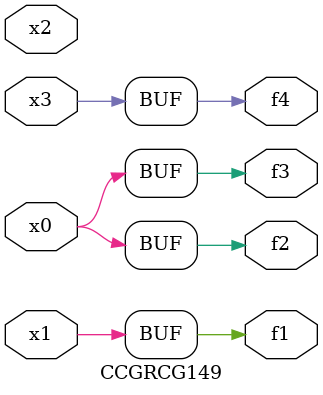
<source format=v>
module CCGRCG149(
	input x0, x1, x2, x3,
	output f1, f2, f3, f4
);
	assign f1 = x1;
	assign f2 = x0;
	assign f3 = x0;
	assign f4 = x3;
endmodule

</source>
